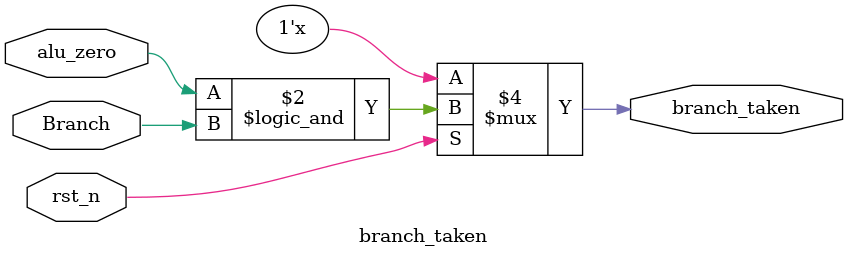
<source format=v>
`timescale 1ns / 1ps


module branch_taken(
    input wire rst_n,
    input wire Branch,
    input wire alu_zero,
    output reg branch_taken
);

always @(*) begin
    if (rst_n) begin
        branch_taken = (alu_zero && Branch);
    end 
       
end
endmodule

</source>
